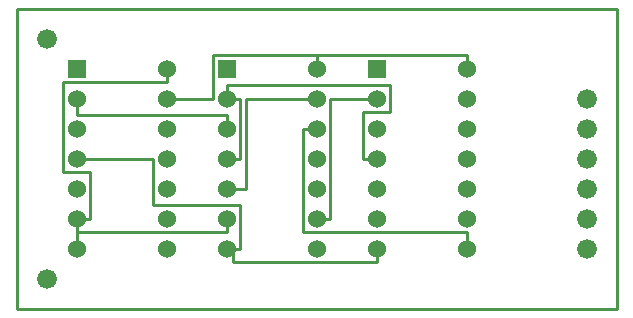
<source format=gbr>
G04 start of page 2 for group 0 idx 0 *
G04 Title: (unknown), top *
G04 Creator: pcb 20140316 *
G04 CreationDate: Sat 19 Jun 2021 08:46:57 PM GMT UTC *
G04 For: steve *
G04 Format: Gerber/RS-274X *
G04 PCB-Dimensions (mil): 2000.00 1000.00 *
G04 PCB-Coordinate-Origin: lower left *
%MOIN*%
%FSLAX25Y25*%
%LNTOP*%
%ADD16C,0.0280*%
%ADD15C,0.0300*%
%ADD14C,0.0660*%
%ADD13C,0.0600*%
%ADD12C,0.0001*%
%ADD11C,0.0100*%
G54D11*X45500Y50000D02*Y34500D01*
X74500D02*X45500D01*
X76500Y40000D02*X70000D01*
X74500Y50000D02*X70000D01*
X45500D02*X20000D01*
X24500Y30000D02*X20000D01*
X24500Y45500D02*Y30000D01*
Y45500D02*X15500D01*
Y75500D02*Y45500D01*
X50000Y75500D02*X15500D01*
X65500Y70000D02*X50000D01*
X65500Y84500D02*Y70000D01*
X20000D02*Y64500D01*
X70000D02*X20000D01*
X50000Y80000D02*Y75500D01*
X70000Y74500D02*Y70000D01*
X20000Y30000D02*Y25500D01*
X70000D02*X20000D01*
X70000Y30000D02*Y25500D01*
X20000Y30000D02*Y20000D01*
X74500Y70000D02*Y50000D01*
X72250Y20000D02*Y15500D01*
X74500Y34500D02*Y20000D01*
X70000D01*
Y64500D02*Y60000D01*
X104500Y70000D02*Y30000D01*
X120000Y15500D02*X72250D01*
X120000Y20000D02*Y15500D01*
X104500Y30000D02*X100000D01*
X150000Y25500D02*X95500D01*
X200000Y0D02*X0D01*
X100000Y84500D02*Y80000D01*
Y84500D02*X65500D01*
X100000Y70000D02*X76500D01*
X95500Y60000D02*Y25500D01*
X100000Y60000D02*X95500D01*
X76500Y70000D02*Y40000D01*
X74500Y70000D02*X70000D01*
X150000Y84500D02*X100000D01*
X124500Y74500D02*X70000D01*
X0Y100000D02*X200000D01*
X150000Y84500D02*Y80000D01*
Y25500D02*Y20000D01*
X200000Y100000D02*Y0D01*
X120000Y70000D02*X104500D01*
X120000Y50000D02*X115500D01*
Y65500D02*Y50000D01*
X124500Y65500D02*X115500D01*
X124500Y74500D02*Y65500D01*
X0Y0D02*Y100000D01*
G54D12*G36*
X17000Y83000D02*Y77000D01*
X23000D01*
Y83000D01*
X17000D01*
G37*
G54D13*X20000Y70000D03*
Y60000D03*
X50000Y40000D03*
Y50000D03*
Y60000D03*
Y70000D03*
Y80000D03*
G54D12*G36*
X67000Y83000D02*Y77000D01*
X73000D01*
Y83000D01*
X67000D01*
G37*
G54D13*X70000Y70000D03*
Y60000D03*
Y50000D03*
Y40000D03*
Y30000D03*
Y20000D03*
X20000Y50000D03*
Y40000D03*
Y30000D03*
Y20000D03*
X50000D03*
Y30000D03*
X100000Y20000D03*
X150000D03*
X100000Y30000D03*
X150000D03*
Y40000D03*
X100000D03*
Y50000D03*
Y60000D03*
Y70000D03*
Y80000D03*
G54D12*G36*
X117000Y83000D02*Y77000D01*
X123000D01*
Y83000D01*
X117000D01*
G37*
G54D13*X120000Y70000D03*
Y60000D03*
Y50000D03*
X150000D03*
Y60000D03*
Y70000D03*
Y80000D03*
X120000Y40000D03*
Y30000D03*
Y20000D03*
G54D14*X10000Y90000D03*
X190000Y40000D03*
Y30000D03*
Y50000D03*
Y60000D03*
Y70000D03*
Y20000D03*
X10000Y10000D03*
G54D15*G54D16*M02*

</source>
